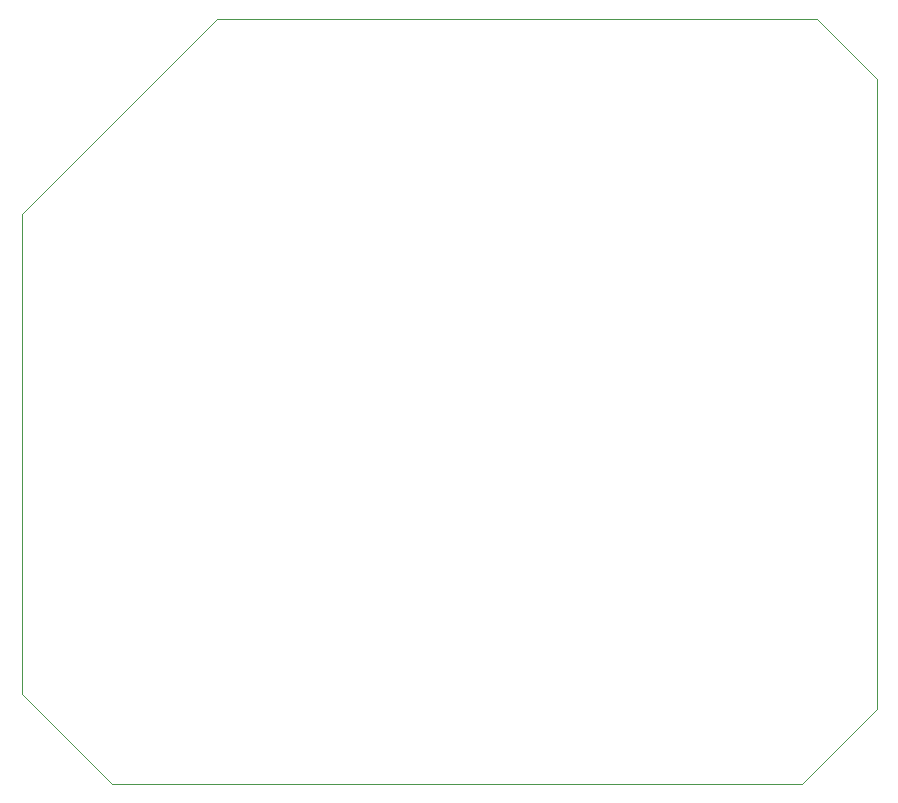
<source format=gbr>
%TF.GenerationSoftware,Altium Limited,Altium Designer,23.10.1 (27)*%
G04 Layer_Color=0*
%FSLAX45Y45*%
%MOMM*%
%TF.SameCoordinates,0BB6306C-626D-4F4D-BD6E-158AEC5F1732*%
%TF.FilePolarity,Positive*%
%TF.FileFunction,Profile,NP*%
%TF.Part,Single*%
G01*
G75*
%TA.AperFunction,Profile*%
%ADD32C,0.02540*%
D32*
X2921000Y2286000D02*
X3683000Y1524000D01*
X9525000D01*
X10160000Y2159000D01*
Y7493000D01*
X9652000Y8001000D01*
X8890000Y8000009D01*
X4699000D01*
X4572000Y8001000D01*
X2921000Y6350000D01*
Y2286000D01*
%TF.MD5,3e3527ab4caa2afaa950cf4cbde4a2da*%
M02*

</source>
